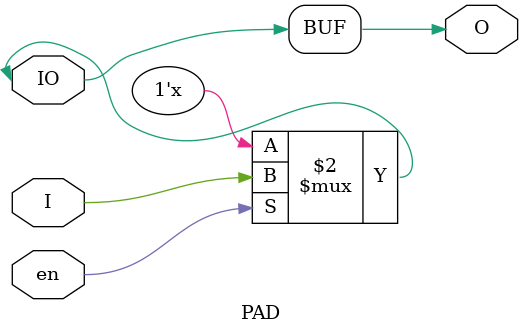
<source format=v>

module PAD (
    input I,
    inout IO,
    output O,
    input en
);
    
    assign IO = (en == 1'b1) ? I : 1'bz;
    assign O = IO;

endmodule
</source>
